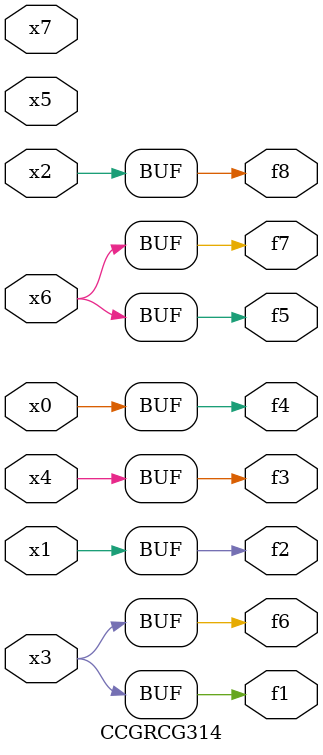
<source format=v>
module CCGRCG314(
	input x0, x1, x2, x3, x4, x5, x6, x7,
	output f1, f2, f3, f4, f5, f6, f7, f8
);
	assign f1 = x3;
	assign f2 = x1;
	assign f3 = x4;
	assign f4 = x0;
	assign f5 = x6;
	assign f6 = x3;
	assign f7 = x6;
	assign f8 = x2;
endmodule

</source>
